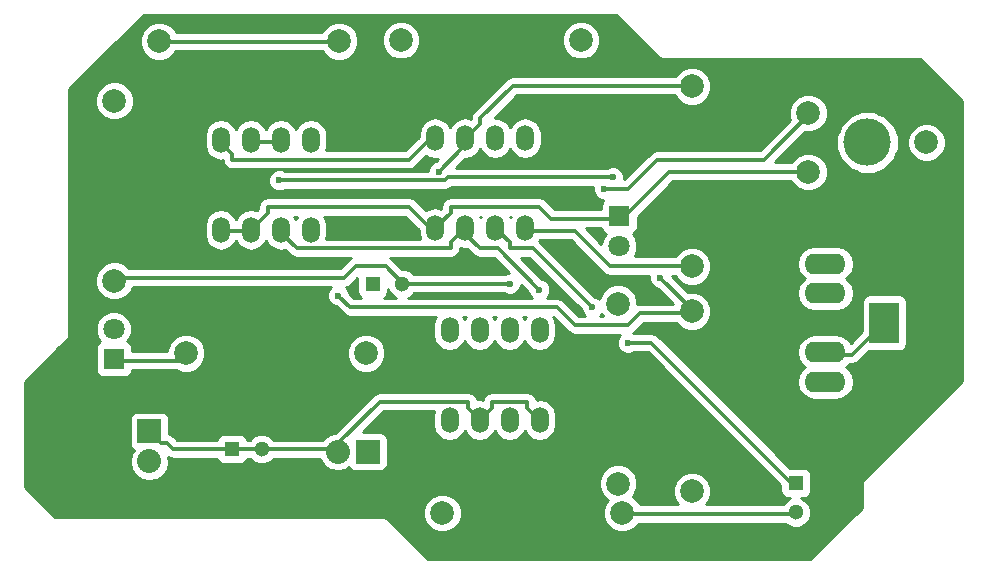
<source format=gbr>
G04 #@! TF.FileFunction,Copper,L2,Bot,Signal*
%FSLAX46Y46*%
G04 Gerber Fmt 4.6, Leading zero omitted, Abs format (unit mm)*
G04 Created by KiCad (PCBNEW 4.0.7) date 06/28/18 23:50:01*
%MOMM*%
%LPD*%
G01*
G04 APERTURE LIST*
%ADD10C,0.100000*%
%ADD11R,1.300000X1.300000*%
%ADD12C,1.300000*%
%ADD13R,1.800000X1.800000*%
%ADD14C,1.800000*%
%ADD15R,2.032000X2.032000*%
%ADD16O,2.032000X2.032000*%
%ADD17R,2.500000X3.500000*%
%ADD18O,3.500000X1.750000*%
%ADD19C,1.998980*%
%ADD20C,4.000500*%
%ADD21O,1.501140X2.199640*%
%ADD22C,0.600000*%
%ADD23C,0.350000*%
%ADD24C,0.254000*%
G04 APERTURE END LIST*
D10*
D11*
X131000000Y-128500000D03*
D12*
X133500000Y-128500000D03*
D11*
X178714400Y-131368800D03*
D12*
X178714400Y-133868800D03*
D11*
X142900400Y-114503200D03*
D12*
X145400400Y-114503200D03*
D13*
X163779200Y-108788200D03*
D14*
X163779200Y-111328200D03*
D13*
X120980200Y-120878600D03*
D14*
X120980200Y-118338600D03*
D15*
X124000000Y-127000000D03*
D16*
X124000000Y-129540000D03*
D15*
X142494000Y-128727200D03*
D16*
X139954000Y-128727200D03*
D17*
X186228600Y-117805200D03*
D18*
X181222600Y-122805200D03*
X181222600Y-112805200D03*
X181222600Y-120305200D03*
X181222600Y-115305200D03*
D19*
X169926000Y-132080000D03*
X169926000Y-116840000D03*
X124815600Y-93980000D03*
X140055600Y-93980000D03*
X163677600Y-131419600D03*
X163677600Y-116179600D03*
X169926000Y-113030000D03*
X169926000Y-97790000D03*
X145288000Y-93878400D03*
X160528000Y-93878400D03*
X148793200Y-133908800D03*
X164033200Y-133908800D03*
X127101600Y-120396000D03*
X142341600Y-120396000D03*
X121031000Y-114249200D03*
X121031000Y-99009200D03*
X179783740Y-100040440D03*
X189786260Y-102539800D03*
X179783740Y-105039160D03*
D20*
X184785000Y-102539800D03*
D21*
X130048000Y-109931200D03*
X132588000Y-109931200D03*
X135128000Y-109931200D03*
X137668000Y-109931200D03*
X137668000Y-102311200D03*
X135128000Y-102311200D03*
X132588000Y-102311200D03*
X130048000Y-102311200D03*
X148190000Y-109810000D03*
X150730000Y-109810000D03*
X153270000Y-109810000D03*
X155810000Y-109810000D03*
X155810000Y-102190000D03*
X153270000Y-102190000D03*
X150730000Y-102190000D03*
X148190000Y-102190000D03*
X149402800Y-126034800D03*
X151942800Y-126034800D03*
X154482800Y-126034800D03*
X157022800Y-126034800D03*
X157022800Y-118414800D03*
X154482800Y-118414800D03*
X151942800Y-118414800D03*
X149402800Y-118414800D03*
D22*
X162500000Y-106500000D03*
X154500000Y-114500000D03*
X164500000Y-119500000D03*
X161500000Y-116500000D03*
X157000000Y-115000000D03*
X148500000Y-105000000D03*
X135000000Y-105750000D03*
X163250000Y-105500000D03*
X167250000Y-114000000D03*
X140000000Y-115500000D03*
D23*
X179783740Y-100040440D02*
X180000000Y-100000000D01*
X180000000Y-100000000D02*
X176000000Y-104000000D01*
X176000000Y-104000000D02*
X167000000Y-104000000D01*
X167000000Y-104000000D02*
X164500000Y-106500000D01*
X164500000Y-106500000D02*
X162500000Y-106500000D01*
X154500000Y-114500000D02*
X145500000Y-114500000D01*
X145500000Y-114500000D02*
X145400400Y-114503200D01*
X145400400Y-114503200D02*
X145500000Y-114500000D01*
X145500000Y-114500000D02*
X144000000Y-113000000D01*
X144000000Y-113000000D02*
X141500000Y-113000000D01*
X141500000Y-113000000D02*
X140500000Y-114000000D01*
X140500000Y-114000000D02*
X121000000Y-114000000D01*
X121000000Y-114000000D02*
X121031000Y-114249200D01*
X178714400Y-131368800D02*
X178500000Y-131500000D01*
X178500000Y-131500000D02*
X166500000Y-119500000D01*
X166500000Y-119500000D02*
X164500000Y-119500000D01*
X161500000Y-116500000D02*
X156500000Y-111500000D01*
X156500000Y-111500000D02*
X154500000Y-111500000D01*
X154500000Y-111500000D02*
X154500000Y-111000000D01*
X154500000Y-111000000D02*
X153500000Y-110000000D01*
X153500000Y-110000000D02*
X153270000Y-109810000D01*
X164033200Y-133908800D02*
X164000000Y-134000000D01*
X164000000Y-134000000D02*
X178500000Y-134000000D01*
X178500000Y-134000000D02*
X178714400Y-133868800D01*
X186228600Y-117805200D02*
X186000000Y-118000000D01*
X186000000Y-118000000D02*
X183500000Y-120500000D01*
X183500000Y-120500000D02*
X181000000Y-120500000D01*
X181000000Y-120500000D02*
X181222600Y-120305200D01*
X157000000Y-115000000D02*
X153500000Y-111500000D01*
X153500000Y-111500000D02*
X152000000Y-111500000D01*
X152000000Y-111500000D02*
X150500000Y-110000000D01*
X150500000Y-110000000D02*
X150730000Y-109810000D01*
X150730000Y-109810000D02*
X150500000Y-110000000D01*
X150500000Y-110000000D02*
X149500000Y-111000000D01*
X149500000Y-111000000D02*
X149500000Y-111500000D01*
X149500000Y-111500000D02*
X136500000Y-111500000D01*
X136500000Y-111500000D02*
X135000000Y-110000000D01*
X135000000Y-110000000D02*
X135128000Y-109931200D01*
X163779200Y-108788200D02*
X164000000Y-109000000D01*
X164000000Y-109000000D02*
X168000000Y-105000000D01*
X168000000Y-105000000D02*
X180000000Y-105000000D01*
X180000000Y-105000000D02*
X179783740Y-105039160D01*
X139954000Y-128727200D02*
X140000000Y-128500000D01*
X140000000Y-128500000D02*
X140000000Y-128000000D01*
X140000000Y-128000000D02*
X143500000Y-124500000D01*
X143500000Y-124500000D02*
X151000000Y-124500000D01*
X151000000Y-124500000D02*
X151000000Y-125000000D01*
X151000000Y-125000000D02*
X152000000Y-126000000D01*
X152000000Y-126000000D02*
X151942800Y-126034800D01*
X148190000Y-109810000D02*
X149500000Y-108500000D01*
X149500000Y-108500000D02*
X149500000Y-108000000D01*
X149500000Y-108000000D02*
X157000000Y-108000000D01*
X157000000Y-108000000D02*
X158000000Y-109000000D01*
X158000000Y-109000000D02*
X164000000Y-109000000D01*
X164000000Y-109000000D02*
X163779200Y-108788200D01*
X148190000Y-109810000D02*
X147500000Y-109500000D01*
X147500000Y-109500000D02*
X146000000Y-108000000D01*
X146000000Y-108000000D02*
X134000000Y-108000000D01*
X134000000Y-108000000D02*
X134000000Y-108500000D01*
X134000000Y-108500000D02*
X132500000Y-110000000D01*
X132500000Y-110000000D02*
X132588000Y-109931200D01*
X124000000Y-127000000D02*
X125000000Y-128000000D01*
X125000000Y-128000000D02*
X125500000Y-128000000D01*
X125500000Y-128000000D02*
X126000000Y-128500000D01*
X126000000Y-128500000D02*
X131000000Y-128500000D01*
X127101600Y-120396000D02*
X127000000Y-120500000D01*
X127000000Y-120500000D02*
X126500000Y-121000000D01*
X126500000Y-121000000D02*
X121000000Y-121000000D01*
X121000000Y-121000000D02*
X120980200Y-120878600D01*
X133500000Y-128500000D02*
X140000000Y-128500000D01*
X140000000Y-128500000D02*
X139954000Y-128727200D01*
X151942800Y-126034800D02*
X152000000Y-126000000D01*
X152000000Y-126000000D02*
X153000000Y-125000000D01*
X153000000Y-125000000D02*
X153000000Y-124500000D01*
X153000000Y-124500000D02*
X156000000Y-124500000D01*
X156000000Y-124500000D02*
X156000000Y-125000000D01*
X156000000Y-125000000D02*
X157000000Y-126000000D01*
X157000000Y-126000000D02*
X157022800Y-126034800D01*
X131000000Y-128500000D02*
X133500000Y-128500000D01*
X132588000Y-109931200D02*
X132500000Y-110000000D01*
X132500000Y-110000000D02*
X130000000Y-110000000D01*
X130000000Y-110000000D02*
X130048000Y-109931200D01*
X169926000Y-113030000D02*
X170000000Y-113000000D01*
X170000000Y-113000000D02*
X163000000Y-113000000D01*
X163000000Y-113000000D02*
X160000000Y-110000000D01*
X160000000Y-110000000D02*
X156000000Y-110000000D01*
X156000000Y-110000000D02*
X155810000Y-109810000D01*
X148190000Y-102190000D02*
X147500000Y-102500000D01*
X147500000Y-102500000D02*
X146000000Y-104000000D01*
X146000000Y-104000000D02*
X131000000Y-104000000D01*
X131000000Y-104000000D02*
X131000000Y-103500000D01*
X131000000Y-103500000D02*
X130000000Y-102500000D01*
X130000000Y-102500000D02*
X130048000Y-102311200D01*
X150730000Y-102190000D02*
X150750000Y-102250000D01*
X150750000Y-102250000D02*
X152000000Y-101000000D01*
X152000000Y-101000000D02*
X152000000Y-100500000D01*
X152000000Y-100500000D02*
X154750000Y-97750000D01*
X154750000Y-97750000D02*
X170000000Y-97750000D01*
X170000000Y-97750000D02*
X169926000Y-97790000D01*
X150730000Y-102190000D02*
X150500000Y-102000000D01*
X150500000Y-102000000D02*
X150500000Y-103000000D01*
X150500000Y-103000000D02*
X148500000Y-105000000D01*
X135000000Y-105750000D02*
X149000000Y-105750000D01*
X149000000Y-105750000D02*
X149250000Y-105500000D01*
X149250000Y-105500000D02*
X163250000Y-105500000D01*
X167250000Y-114000000D02*
X170000000Y-116750000D01*
X170000000Y-116750000D02*
X169926000Y-116840000D01*
X165500000Y-117000000D02*
X170000000Y-117000000D01*
X170000000Y-117000000D02*
X169926000Y-116840000D01*
X140000000Y-94000000D02*
X125000000Y-94000000D01*
X125000000Y-94000000D02*
X124815600Y-93980000D01*
X135000000Y-102500000D02*
X132500000Y-102500000D01*
X132500000Y-102500000D02*
X132588000Y-102311200D01*
X164500000Y-118000000D02*
X165500000Y-117000000D01*
X160000000Y-118000000D02*
X164500000Y-118000000D01*
X158500000Y-116500000D02*
X160000000Y-118000000D01*
X141000000Y-116500000D02*
X158500000Y-116500000D01*
X140000000Y-115500000D02*
X141000000Y-116500000D01*
X140055600Y-93980000D02*
X140000000Y-94000000D01*
X135128000Y-102311200D02*
X135000000Y-102500000D01*
D24*
G36*
X166997954Y-95252046D02*
X167228295Y-95405954D01*
X167500000Y-95460000D01*
X189205908Y-95460000D01*
X192790000Y-99044092D01*
X192790000Y-122705908D01*
X184497954Y-130997954D01*
X184344046Y-131228295D01*
X184290000Y-131500000D01*
X184290000Y-133455908D01*
X179955908Y-137790000D01*
X147544092Y-137790000D01*
X144252046Y-134497954D01*
X144021705Y-134344046D01*
X143750000Y-134290000D01*
X116044092Y-134290000D01*
X115986586Y-134232494D01*
X147158426Y-134232494D01*
X147406738Y-134833455D01*
X147866127Y-135293646D01*
X148466653Y-135543006D01*
X149116894Y-135543574D01*
X149717855Y-135295262D01*
X150178046Y-134835873D01*
X150427406Y-134235347D01*
X150427974Y-133585106D01*
X150179662Y-132984145D01*
X149720273Y-132523954D01*
X149119747Y-132274594D01*
X148469506Y-132274026D01*
X147868545Y-132522338D01*
X147408354Y-132981727D01*
X147158994Y-133582253D01*
X147158426Y-134232494D01*
X115986586Y-134232494D01*
X113460000Y-131705908D01*
X113460000Y-125984000D01*
X122336560Y-125984000D01*
X122336560Y-128016000D01*
X122380838Y-128251317D01*
X122519910Y-128467441D01*
X122676206Y-128574233D01*
X122474675Y-128875845D01*
X122349000Y-129507655D01*
X122349000Y-129572345D01*
X122474675Y-130204155D01*
X122832567Y-130739778D01*
X123368190Y-131097670D01*
X124000000Y-131223345D01*
X124631810Y-131097670D01*
X125167433Y-130739778D01*
X125525325Y-130204155D01*
X125651000Y-129572345D01*
X125651000Y-129507655D01*
X125585531Y-129178521D01*
X125690027Y-129248343D01*
X125827897Y-129275766D01*
X126000000Y-129310000D01*
X129732666Y-129310000D01*
X129746838Y-129385317D01*
X129885910Y-129601441D01*
X130098110Y-129746431D01*
X130350000Y-129797440D01*
X131650000Y-129797440D01*
X131885317Y-129753162D01*
X132101441Y-129614090D01*
X132246431Y-129401890D01*
X132265039Y-129310000D01*
X132492907Y-129310000D01*
X132771155Y-129588735D01*
X133243276Y-129784777D01*
X133754481Y-129785223D01*
X134226943Y-129590005D01*
X134507438Y-129310000D01*
X138386581Y-129310000D01*
X138396330Y-129359010D01*
X138754222Y-129894633D01*
X139289845Y-130252525D01*
X139921655Y-130378200D01*
X139986345Y-130378200D01*
X140618155Y-130252525D01*
X140920962Y-130050196D01*
X141013910Y-130194641D01*
X141226110Y-130339631D01*
X141478000Y-130390640D01*
X143510000Y-130390640D01*
X143745317Y-130346362D01*
X143961441Y-130207290D01*
X144106431Y-129995090D01*
X144157440Y-129743200D01*
X144157440Y-127711200D01*
X144113162Y-127475883D01*
X143974090Y-127259759D01*
X143761890Y-127114769D01*
X143510000Y-127063760D01*
X142081752Y-127063760D01*
X143835513Y-125310000D01*
X148085171Y-125310000D01*
X148017230Y-125651563D01*
X148017230Y-126418037D01*
X148122700Y-126948272D01*
X148423054Y-127397783D01*
X148872565Y-127698137D01*
X149402800Y-127803607D01*
X149933035Y-127698137D01*
X150382546Y-127397783D01*
X150672800Y-126963388D01*
X150963054Y-127397783D01*
X151412565Y-127698137D01*
X151942800Y-127803607D01*
X152473035Y-127698137D01*
X152922546Y-127397783D01*
X153212800Y-126963388D01*
X153503054Y-127397783D01*
X153952565Y-127698137D01*
X154482800Y-127803607D01*
X155013035Y-127698137D01*
X155462546Y-127397783D01*
X155752800Y-126963388D01*
X156043054Y-127397783D01*
X156492565Y-127698137D01*
X157022800Y-127803607D01*
X157553035Y-127698137D01*
X158002546Y-127397783D01*
X158302900Y-126948272D01*
X158408370Y-126418037D01*
X158408370Y-125651563D01*
X158302900Y-125121328D01*
X158002546Y-124671817D01*
X157553035Y-124371463D01*
X157022800Y-124265993D01*
X156773324Y-124315617D01*
X156748342Y-124190026D01*
X156572756Y-123927244D01*
X156309974Y-123751658D01*
X156000000Y-123690000D01*
X153000000Y-123690000D01*
X152690026Y-123751658D01*
X152427244Y-123927244D01*
X152251658Y-124190026D01*
X152225367Y-124322199D01*
X151942800Y-124265993D01*
X151770279Y-124300309D01*
X151748342Y-124190026D01*
X151572756Y-123927244D01*
X151309974Y-123751658D01*
X151000000Y-123690000D01*
X143500000Y-123690000D01*
X143190026Y-123751658D01*
X143058635Y-123839451D01*
X142927243Y-123927244D01*
X139742689Y-127111799D01*
X139289845Y-127201875D01*
X138754222Y-127559767D01*
X138667203Y-127690000D01*
X134507093Y-127690000D01*
X134228845Y-127411265D01*
X133756724Y-127215223D01*
X133245519Y-127214777D01*
X132773057Y-127409995D01*
X132492562Y-127690000D01*
X132267334Y-127690000D01*
X132253162Y-127614683D01*
X132114090Y-127398559D01*
X131901890Y-127253569D01*
X131650000Y-127202560D01*
X130350000Y-127202560D01*
X130114683Y-127246838D01*
X129898559Y-127385910D01*
X129753569Y-127598110D01*
X129734961Y-127690000D01*
X126335513Y-127690000D01*
X126072756Y-127427244D01*
X126028665Y-127397783D01*
X125809974Y-127251658D01*
X125663440Y-127222510D01*
X125663440Y-125984000D01*
X125619162Y-125748683D01*
X125480090Y-125532559D01*
X125267890Y-125387569D01*
X125016000Y-125336560D01*
X122984000Y-125336560D01*
X122748683Y-125380838D01*
X122532559Y-125519910D01*
X122387569Y-125732110D01*
X122336560Y-125984000D01*
X113460000Y-125984000D01*
X113460000Y-122794092D01*
X115502043Y-120752048D01*
X115502046Y-120752046D01*
X116275492Y-119978600D01*
X119432760Y-119978600D01*
X119432760Y-121778600D01*
X119477038Y-122013917D01*
X119616110Y-122230041D01*
X119828310Y-122375031D01*
X120080200Y-122426040D01*
X121880200Y-122426040D01*
X122115517Y-122381762D01*
X122331641Y-122242690D01*
X122476631Y-122030490D01*
X122521281Y-121810000D01*
X126244738Y-121810000D01*
X126775053Y-122030206D01*
X127425294Y-122030774D01*
X128026255Y-121782462D01*
X128486446Y-121323073D01*
X128735806Y-120722547D01*
X128735808Y-120719694D01*
X140706826Y-120719694D01*
X140955138Y-121320655D01*
X141414527Y-121780846D01*
X142015053Y-122030206D01*
X142665294Y-122030774D01*
X143266255Y-121782462D01*
X143726446Y-121323073D01*
X143975806Y-120722547D01*
X143976374Y-120072306D01*
X143728062Y-119471345D01*
X143268673Y-119011154D01*
X142668147Y-118761794D01*
X142017906Y-118761226D01*
X141416945Y-119009538D01*
X140956754Y-119468927D01*
X140707394Y-120069453D01*
X140706826Y-120719694D01*
X128735808Y-120719694D01*
X128736374Y-120072306D01*
X128488062Y-119471345D01*
X128028673Y-119011154D01*
X127428147Y-118761794D01*
X126777906Y-118761226D01*
X126176945Y-119009538D01*
X125716754Y-119468927D01*
X125467394Y-120069453D01*
X125467289Y-120190000D01*
X122527640Y-120190000D01*
X122527640Y-119978600D01*
X122483362Y-119743283D01*
X122344290Y-119527159D01*
X122132090Y-119382169D01*
X122111666Y-119378033D01*
X122280751Y-119209243D01*
X122514933Y-118645270D01*
X122515465Y-118034609D01*
X122282268Y-117470229D01*
X121850843Y-117038049D01*
X121286870Y-116803867D01*
X120676209Y-116803335D01*
X120111829Y-117036532D01*
X119679649Y-117467957D01*
X119445467Y-118031930D01*
X119444935Y-118642591D01*
X119678132Y-119206971D01*
X119846080Y-119375213D01*
X119844883Y-119375438D01*
X119628759Y-119514510D01*
X119483769Y-119726710D01*
X119432760Y-119978600D01*
X116275492Y-119978600D01*
X117002046Y-119252046D01*
X117155954Y-119021705D01*
X117210000Y-118750000D01*
X117210000Y-114572894D01*
X119396226Y-114572894D01*
X119644538Y-115173855D01*
X120103927Y-115634046D01*
X120704453Y-115883406D01*
X121354694Y-115883974D01*
X121955655Y-115635662D01*
X122415846Y-115176273D01*
X122567936Y-114810000D01*
X139367760Y-114810000D01*
X139207808Y-114969673D01*
X139065162Y-115313201D01*
X139064838Y-115685167D01*
X139206883Y-116028943D01*
X139469673Y-116292192D01*
X139772372Y-116417884D01*
X140427244Y-117072757D01*
X140690027Y-117248343D01*
X141000000Y-117310000D01*
X148250541Y-117310000D01*
X148122700Y-117501328D01*
X148017230Y-118031563D01*
X148017230Y-118798037D01*
X148122700Y-119328272D01*
X148423054Y-119777783D01*
X148872565Y-120078137D01*
X149402800Y-120183607D01*
X149933035Y-120078137D01*
X150382546Y-119777783D01*
X150672800Y-119343388D01*
X150705665Y-119392573D01*
X150711301Y-119411617D01*
X150751926Y-119461808D01*
X150963054Y-119777783D01*
X151412565Y-120078137D01*
X151942800Y-120183607D01*
X152473035Y-120078137D01*
X152922546Y-119777783D01*
X153133674Y-119461808D01*
X153174299Y-119411617D01*
X153179935Y-119392573D01*
X153212800Y-119343388D01*
X153245665Y-119392573D01*
X153251301Y-119411617D01*
X153291926Y-119461808D01*
X153503054Y-119777783D01*
X153952565Y-120078137D01*
X154482800Y-120183607D01*
X155013035Y-120078137D01*
X155462546Y-119777783D01*
X155673674Y-119461808D01*
X155714299Y-119411617D01*
X155719935Y-119392573D01*
X155752800Y-119343388D01*
X155785665Y-119392573D01*
X155791301Y-119411617D01*
X155831926Y-119461808D01*
X156043054Y-119777783D01*
X156492565Y-120078137D01*
X157022800Y-120183607D01*
X157553035Y-120078137D01*
X158002546Y-119777783D01*
X158213674Y-119461808D01*
X158254299Y-119411617D01*
X158259935Y-119392573D01*
X158302900Y-119328272D01*
X158351951Y-119081676D01*
X158408370Y-118891050D01*
X158408370Y-117938550D01*
X158351951Y-117747924D01*
X158302900Y-117501328D01*
X158259935Y-117437027D01*
X158254299Y-117417983D01*
X158213674Y-117367792D01*
X158196345Y-117341857D01*
X159427243Y-118572756D01*
X159492738Y-118616518D01*
X159690026Y-118748342D01*
X160000000Y-118810000D01*
X163867760Y-118810000D01*
X163707808Y-118969673D01*
X163565162Y-119313201D01*
X163564838Y-119685167D01*
X163706883Y-120028943D01*
X163969673Y-120292192D01*
X164313201Y-120434838D01*
X164685167Y-120435162D01*
X164988083Y-120310000D01*
X166164488Y-120310000D01*
X177416960Y-131562473D01*
X177416960Y-132018800D01*
X177461238Y-132254117D01*
X177600310Y-132470241D01*
X177812510Y-132615231D01*
X178064400Y-132666240D01*
X178259860Y-132666240D01*
X177987457Y-132778795D01*
X177625665Y-133139955D01*
X177604884Y-133190000D01*
X171127600Y-133190000D01*
X171310846Y-133007073D01*
X171560206Y-132406547D01*
X171560774Y-131756306D01*
X171312462Y-131155345D01*
X170853073Y-130695154D01*
X170252547Y-130445794D01*
X169602306Y-130445226D01*
X169001345Y-130693538D01*
X168541154Y-131152927D01*
X168291794Y-131753453D01*
X168291226Y-132403694D01*
X168539538Y-133004655D01*
X168724560Y-133190000D01*
X165504720Y-133190000D01*
X165419662Y-132984145D01*
X164960273Y-132523954D01*
X164907011Y-132501838D01*
X165062446Y-132346673D01*
X165311806Y-131746147D01*
X165312374Y-131095906D01*
X165064062Y-130494945D01*
X164604673Y-130034754D01*
X164004147Y-129785394D01*
X163353906Y-129784826D01*
X162752945Y-130033138D01*
X162292754Y-130492527D01*
X162043394Y-131093053D01*
X162042826Y-131743294D01*
X162291138Y-132344255D01*
X162750527Y-132804446D01*
X162803789Y-132826562D01*
X162648354Y-132981727D01*
X162398994Y-133582253D01*
X162398426Y-134232494D01*
X162646738Y-134833455D01*
X163106127Y-135293646D01*
X163706653Y-135543006D01*
X164356894Y-135543574D01*
X164957855Y-135295262D01*
X165418046Y-134835873D01*
X165428789Y-134810000D01*
X177838278Y-134810000D01*
X177985555Y-134957535D01*
X178457676Y-135153577D01*
X178968881Y-135154023D01*
X179441343Y-134958805D01*
X179803135Y-134597645D01*
X179999177Y-134125524D01*
X179999623Y-133614319D01*
X179804405Y-133141857D01*
X179443245Y-132780065D01*
X179169124Y-132666240D01*
X179364400Y-132666240D01*
X179599717Y-132621962D01*
X179815841Y-132482890D01*
X179960831Y-132270690D01*
X180011840Y-132018800D01*
X180011840Y-130718800D01*
X179967562Y-130483483D01*
X179828490Y-130267359D01*
X179616290Y-130122369D01*
X179364400Y-130071360D01*
X178216873Y-130071360D01*
X168450713Y-120305200D01*
X178790875Y-120305200D01*
X178905817Y-120883052D01*
X179233144Y-121372931D01*
X179505929Y-121555200D01*
X179233144Y-121737469D01*
X178905817Y-122227348D01*
X178790875Y-122805200D01*
X178905817Y-123383052D01*
X179233144Y-123872931D01*
X179723023Y-124200258D01*
X180300875Y-124315200D01*
X182144325Y-124315200D01*
X182722177Y-124200258D01*
X183212056Y-123872931D01*
X183539383Y-123383052D01*
X183654325Y-122805200D01*
X183539383Y-122227348D01*
X183212056Y-121737469D01*
X182939271Y-121555200D01*
X183212056Y-121372931D01*
X183254105Y-121310000D01*
X183500000Y-121310000D01*
X183809974Y-121248342D01*
X184072756Y-121072756D01*
X184948889Y-120196623D01*
X184978600Y-120202640D01*
X187478600Y-120202640D01*
X187713917Y-120158362D01*
X187930041Y-120019290D01*
X188075031Y-119807090D01*
X188126040Y-119555200D01*
X188126040Y-116055200D01*
X188081762Y-115819883D01*
X187942690Y-115603759D01*
X187730490Y-115458769D01*
X187478600Y-115407760D01*
X184978600Y-115407760D01*
X184743283Y-115452038D01*
X184527159Y-115591110D01*
X184382169Y-115803310D01*
X184331160Y-116055200D01*
X184331160Y-118523327D01*
X183374261Y-119480226D01*
X183212056Y-119237469D01*
X182722177Y-118910142D01*
X182144325Y-118795200D01*
X180300875Y-118795200D01*
X179723023Y-118910142D01*
X179233144Y-119237469D01*
X178905817Y-119727348D01*
X178790875Y-120305200D01*
X168450713Y-120305200D01*
X167072756Y-118927244D01*
X167018588Y-118891050D01*
X166809974Y-118751658D01*
X166500000Y-118690000D01*
X164987441Y-118690000D01*
X164931841Y-118666913D01*
X165072756Y-118572756D01*
X165835513Y-117810000D01*
X168584804Y-117810000D01*
X168998927Y-118224846D01*
X169599453Y-118474206D01*
X170249694Y-118474774D01*
X170850655Y-118226462D01*
X171310846Y-117767073D01*
X171560206Y-117166547D01*
X171560774Y-116516306D01*
X171312462Y-115915345D01*
X170853073Y-115455154D01*
X170252547Y-115205794D01*
X169602306Y-115205226D01*
X169601197Y-115205684D01*
X168205512Y-113810000D01*
X168479768Y-113810000D01*
X168539538Y-113954655D01*
X168998927Y-114414846D01*
X169599453Y-114664206D01*
X170249694Y-114664774D01*
X170850655Y-114416462D01*
X171310846Y-113957073D01*
X171560206Y-113356547D01*
X171560687Y-112805200D01*
X178790875Y-112805200D01*
X178905817Y-113383052D01*
X179233144Y-113872931D01*
X179505929Y-114055200D01*
X179233144Y-114237469D01*
X178905817Y-114727348D01*
X178790875Y-115305200D01*
X178905817Y-115883052D01*
X179233144Y-116372931D01*
X179723023Y-116700258D01*
X180300875Y-116815200D01*
X182144325Y-116815200D01*
X182722177Y-116700258D01*
X183212056Y-116372931D01*
X183539383Y-115883052D01*
X183654325Y-115305200D01*
X183539383Y-114727348D01*
X183212056Y-114237469D01*
X182939271Y-114055200D01*
X183212056Y-113872931D01*
X183539383Y-113383052D01*
X183654325Y-112805200D01*
X183539383Y-112227348D01*
X183212056Y-111737469D01*
X182722177Y-111410142D01*
X182144325Y-111295200D01*
X180300875Y-111295200D01*
X179723023Y-111410142D01*
X179233144Y-111737469D01*
X178905817Y-112227348D01*
X178790875Y-112805200D01*
X171560687Y-112805200D01*
X171560774Y-112706306D01*
X171312462Y-112105345D01*
X170853073Y-111645154D01*
X170252547Y-111395794D01*
X169602306Y-111395226D01*
X169001345Y-111643538D01*
X168541154Y-112102927D01*
X168504998Y-112190000D01*
X165083423Y-112190000D01*
X165313933Y-111634870D01*
X165314465Y-111024209D01*
X165081268Y-110459829D01*
X164913320Y-110291587D01*
X164914517Y-110291362D01*
X165130641Y-110152290D01*
X165275631Y-109940090D01*
X165326640Y-109688200D01*
X165326640Y-108818872D01*
X168335513Y-105810000D01*
X178333723Y-105810000D01*
X178397278Y-105963815D01*
X178856667Y-106424006D01*
X179457193Y-106673366D01*
X180107434Y-106673934D01*
X180708395Y-106425622D01*
X181168586Y-105966233D01*
X181417946Y-105365707D01*
X181418514Y-104715466D01*
X181170202Y-104114505D01*
X180710813Y-103654314D01*
X180110287Y-103404954D01*
X179460046Y-103404386D01*
X178859085Y-103652698D01*
X178398894Y-104112087D01*
X178366542Y-104190000D01*
X176955512Y-104190000D01*
X179108759Y-102036753D01*
X182145633Y-102036753D01*
X182149740Y-102549225D01*
X182149293Y-103061684D01*
X182153938Y-103072925D01*
X182154035Y-103085087D01*
X182539051Y-104014597D01*
X182544328Y-104017739D01*
X182549641Y-104030599D01*
X183290302Y-104772554D01*
X183306301Y-104779197D01*
X183310203Y-104785749D01*
X183785236Y-104978069D01*
X184258517Y-105174592D01*
X184270679Y-105174603D01*
X184281953Y-105179167D01*
X184794425Y-105175060D01*
X185306884Y-105175507D01*
X185318125Y-105170862D01*
X185330287Y-105170765D01*
X186259797Y-104785749D01*
X186262939Y-104780472D01*
X186275799Y-104775159D01*
X187017754Y-104034498D01*
X187024397Y-104018499D01*
X187030949Y-104014597D01*
X187223269Y-103539564D01*
X187419792Y-103066283D01*
X187419803Y-103054121D01*
X187424367Y-103042847D01*
X187422930Y-102863494D01*
X188151486Y-102863494D01*
X188399798Y-103464455D01*
X188859187Y-103924646D01*
X189459713Y-104174006D01*
X190109954Y-104174574D01*
X190710915Y-103926262D01*
X191171106Y-103466873D01*
X191420466Y-102866347D01*
X191421034Y-102216106D01*
X191172722Y-101615145D01*
X190713333Y-101154954D01*
X190112807Y-100905594D01*
X189462566Y-100905026D01*
X188861605Y-101153338D01*
X188401414Y-101612727D01*
X188152054Y-102213253D01*
X188151486Y-102863494D01*
X187422930Y-102863494D01*
X187420260Y-102530375D01*
X187420707Y-102017916D01*
X187416062Y-102006675D01*
X187415965Y-101994513D01*
X187030949Y-101065003D01*
X187025672Y-101061861D01*
X187020359Y-101049001D01*
X186279698Y-100307046D01*
X186263699Y-100300403D01*
X186259797Y-100293851D01*
X185784764Y-100101531D01*
X185311483Y-99905008D01*
X185299321Y-99904997D01*
X185288047Y-99900433D01*
X184775575Y-99904540D01*
X184263116Y-99904093D01*
X184251875Y-99908738D01*
X184239713Y-99908835D01*
X183310203Y-100293851D01*
X183307061Y-100299128D01*
X183294201Y-100304441D01*
X182552246Y-101045102D01*
X182545603Y-101061101D01*
X182539051Y-101065003D01*
X182346731Y-101540036D01*
X182150208Y-102013317D01*
X182150197Y-102025479D01*
X182145633Y-102036753D01*
X179108759Y-102036753D01*
X179470855Y-101674658D01*
X180107434Y-101675214D01*
X180708395Y-101426902D01*
X181168586Y-100967513D01*
X181417946Y-100366987D01*
X181418514Y-99716746D01*
X181170202Y-99115785D01*
X180710813Y-98655594D01*
X180110287Y-98406234D01*
X179460046Y-98405666D01*
X178859085Y-98653978D01*
X178398894Y-99113367D01*
X178149534Y-99713893D01*
X178148966Y-100364134D01*
X178248781Y-100605706D01*
X175664488Y-103190000D01*
X167000000Y-103190000D01*
X166690026Y-103251658D01*
X166584771Y-103321988D01*
X166427244Y-103427243D01*
X164184853Y-105669635D01*
X164185162Y-105314833D01*
X164043117Y-104971057D01*
X163780327Y-104707808D01*
X163436799Y-104565162D01*
X163064833Y-104564838D01*
X162761917Y-104690000D01*
X149955512Y-104690000D01*
X150693889Y-103951624D01*
X150730000Y-103958807D01*
X151260235Y-103853337D01*
X151709746Y-103552983D01*
X152000000Y-103118588D01*
X152290254Y-103552983D01*
X152739765Y-103853337D01*
X153270000Y-103958807D01*
X153800235Y-103853337D01*
X154249746Y-103552983D01*
X154540000Y-103118588D01*
X154572865Y-103167773D01*
X154578501Y-103186817D01*
X154619126Y-103237008D01*
X154830254Y-103552983D01*
X155279765Y-103853337D01*
X155810000Y-103958807D01*
X156340235Y-103853337D01*
X156789746Y-103552983D01*
X157000874Y-103237008D01*
X157041499Y-103186817D01*
X157047135Y-103167773D01*
X157090100Y-103103472D01*
X157139151Y-102856876D01*
X157195570Y-102666250D01*
X157195570Y-101713750D01*
X157139151Y-101523124D01*
X157090100Y-101276528D01*
X157047135Y-101212227D01*
X157041499Y-101193183D01*
X157000874Y-101142992D01*
X156789746Y-100827017D01*
X156340235Y-100526663D01*
X155810000Y-100421193D01*
X155279765Y-100526663D01*
X154830254Y-100827017D01*
X154619126Y-101142992D01*
X154578501Y-101193183D01*
X154572865Y-101212227D01*
X154540000Y-101261412D01*
X154249746Y-100827017D01*
X153800235Y-100526663D01*
X153270000Y-100421193D01*
X153212977Y-100432536D01*
X155085513Y-98560000D01*
X168475636Y-98560000D01*
X168539538Y-98714655D01*
X168998927Y-99174846D01*
X169599453Y-99424206D01*
X170249694Y-99424774D01*
X170850655Y-99176462D01*
X171310846Y-98717073D01*
X171560206Y-98116547D01*
X171560774Y-97466306D01*
X171312462Y-96865345D01*
X170853073Y-96405154D01*
X170252547Y-96155794D01*
X169602306Y-96155226D01*
X169001345Y-96403538D01*
X168541154Y-96862927D01*
X168509151Y-96940000D01*
X154750000Y-96940000D01*
X154440026Y-97001658D01*
X154326614Y-97077438D01*
X154177243Y-97177244D01*
X151427244Y-99927244D01*
X151251658Y-100190026D01*
X151190000Y-100500000D01*
X151190000Y-100512692D01*
X150730000Y-100421193D01*
X150199765Y-100526663D01*
X149750254Y-100827017D01*
X149460000Y-101261412D01*
X149169746Y-100827017D01*
X148720235Y-100526663D01*
X148190000Y-100421193D01*
X147659765Y-100526663D01*
X147210254Y-100827017D01*
X146909900Y-101276528D01*
X146804430Y-101806763D01*
X146804430Y-102050057D01*
X145664488Y-103190000D01*
X138954997Y-103190000D01*
X138997151Y-102978076D01*
X139053570Y-102787450D01*
X139053570Y-101834950D01*
X138997151Y-101644324D01*
X138948100Y-101397728D01*
X138905135Y-101333427D01*
X138899499Y-101314383D01*
X138858874Y-101264192D01*
X138647746Y-100948217D01*
X138198235Y-100647863D01*
X137668000Y-100542393D01*
X137137765Y-100647863D01*
X136688254Y-100948217D01*
X136477126Y-101264192D01*
X136436501Y-101314383D01*
X136430865Y-101333427D01*
X136398000Y-101382612D01*
X136107746Y-100948217D01*
X135658235Y-100647863D01*
X135128000Y-100542393D01*
X134597765Y-100647863D01*
X134148254Y-100948217D01*
X133858000Y-101382612D01*
X133567746Y-100948217D01*
X133118235Y-100647863D01*
X132588000Y-100542393D01*
X132057765Y-100647863D01*
X131608254Y-100948217D01*
X131318000Y-101382612D01*
X131027746Y-100948217D01*
X130578235Y-100647863D01*
X130048000Y-100542393D01*
X129517765Y-100647863D01*
X129068254Y-100948217D01*
X128767900Y-101397728D01*
X128662430Y-101927963D01*
X128662430Y-102694437D01*
X128767900Y-103224672D01*
X129068254Y-103674183D01*
X129517765Y-103974537D01*
X130048000Y-104080007D01*
X130199904Y-104049791D01*
X130251658Y-104309974D01*
X130427244Y-104572756D01*
X130690026Y-104748342D01*
X131000000Y-104810000D01*
X146000000Y-104810000D01*
X146309974Y-104748342D01*
X146572756Y-104572756D01*
X147439411Y-103706101D01*
X147659765Y-103853337D01*
X148190000Y-103958807D01*
X148446752Y-103907736D01*
X148271918Y-104082570D01*
X147971057Y-104206883D01*
X147707808Y-104469673D01*
X147565162Y-104813201D01*
X147565052Y-104940000D01*
X135487441Y-104940000D01*
X135186799Y-104815162D01*
X134814833Y-104814838D01*
X134471057Y-104956883D01*
X134207808Y-105219673D01*
X134065162Y-105563201D01*
X134064838Y-105935167D01*
X134206883Y-106278943D01*
X134469673Y-106542192D01*
X134813201Y-106684838D01*
X135185167Y-106685162D01*
X135488083Y-106560000D01*
X149000000Y-106560000D01*
X149309974Y-106498342D01*
X149572756Y-106322756D01*
X149585512Y-106310000D01*
X161566491Y-106310000D01*
X161565162Y-106313201D01*
X161564838Y-106685167D01*
X161706883Y-107028943D01*
X161969673Y-107292192D01*
X162313201Y-107434838D01*
X162420365Y-107434931D01*
X162282769Y-107636310D01*
X162231760Y-107888200D01*
X162231760Y-108190000D01*
X158335513Y-108190000D01*
X157572756Y-107427244D01*
X157568066Y-107424110D01*
X157309974Y-107251658D01*
X157000000Y-107190000D01*
X149500000Y-107190000D01*
X149190026Y-107251658D01*
X148927244Y-107427244D01*
X148751658Y-107690026D01*
X148690000Y-108000000D01*
X148690000Y-108140649D01*
X148190000Y-108041193D01*
X147659765Y-108146663D01*
X147439411Y-108293899D01*
X146572756Y-107427244D01*
X146568066Y-107424110D01*
X146309974Y-107251658D01*
X146000000Y-107190000D01*
X134000000Y-107190000D01*
X133690026Y-107251658D01*
X133427244Y-107427244D01*
X133251658Y-107690026D01*
X133190000Y-108000000D01*
X133190000Y-108164487D01*
X133091869Y-108262618D01*
X132588000Y-108162393D01*
X132057765Y-108267863D01*
X131608254Y-108568217D01*
X131318000Y-109002612D01*
X131027746Y-108568217D01*
X130578235Y-108267863D01*
X130048000Y-108162393D01*
X129517765Y-108267863D01*
X129068254Y-108568217D01*
X128767900Y-109017728D01*
X128662430Y-109547963D01*
X128662430Y-110314437D01*
X128767900Y-110844672D01*
X129068254Y-111294183D01*
X129517765Y-111594537D01*
X130048000Y-111700007D01*
X130578235Y-111594537D01*
X131027746Y-111294183D01*
X131318000Y-110859788D01*
X131608254Y-111294183D01*
X132057765Y-111594537D01*
X132588000Y-111700007D01*
X133118235Y-111594537D01*
X133567746Y-111294183D01*
X133858000Y-110859788D01*
X134148254Y-111294183D01*
X134597765Y-111594537D01*
X135128000Y-111700007D01*
X135483735Y-111629247D01*
X135927243Y-112072756D01*
X136058635Y-112160549D01*
X136190026Y-112248342D01*
X136500000Y-112310000D01*
X141102711Y-112310000D01*
X140927244Y-112427243D01*
X140164488Y-113190000D01*
X122283151Y-113190000D01*
X121958073Y-112864354D01*
X121357547Y-112614994D01*
X120707306Y-112614426D01*
X120106345Y-112862738D01*
X119646154Y-113322127D01*
X119396794Y-113922653D01*
X119396226Y-114572894D01*
X117210000Y-114572894D01*
X117210000Y-99332894D01*
X119396226Y-99332894D01*
X119644538Y-99933855D01*
X120103927Y-100394046D01*
X120704453Y-100643406D01*
X121354694Y-100643974D01*
X121955655Y-100395662D01*
X122415846Y-99936273D01*
X122665206Y-99335747D01*
X122665774Y-98685506D01*
X122417462Y-98084545D01*
X121958073Y-97624354D01*
X121357547Y-97374994D01*
X120707306Y-97374426D01*
X120106345Y-97622738D01*
X119646154Y-98082127D01*
X119396794Y-98682653D01*
X119396226Y-99332894D01*
X117210000Y-99332894D01*
X117210000Y-98044092D01*
X120950397Y-94303694D01*
X123180826Y-94303694D01*
X123429138Y-94904655D01*
X123888527Y-95364846D01*
X124489053Y-95614206D01*
X125139294Y-95614774D01*
X125740255Y-95366462D01*
X126200446Y-94907073D01*
X126240754Y-94810000D01*
X138630027Y-94810000D01*
X138669138Y-94904655D01*
X139128527Y-95364846D01*
X139729053Y-95614206D01*
X140379294Y-95614774D01*
X140980255Y-95366462D01*
X141440446Y-94907073D01*
X141689806Y-94306547D01*
X141689897Y-94202094D01*
X143653226Y-94202094D01*
X143901538Y-94803055D01*
X144360927Y-95263246D01*
X144961453Y-95512606D01*
X145611694Y-95513174D01*
X146212655Y-95264862D01*
X146672846Y-94805473D01*
X146922206Y-94204947D01*
X146922208Y-94202094D01*
X158893226Y-94202094D01*
X159141538Y-94803055D01*
X159600927Y-95263246D01*
X160201453Y-95512606D01*
X160851694Y-95513174D01*
X161452655Y-95264862D01*
X161912846Y-94805473D01*
X162162206Y-94204947D01*
X162162774Y-93554706D01*
X161914462Y-92953745D01*
X161455073Y-92493554D01*
X160854547Y-92244194D01*
X160204306Y-92243626D01*
X159603345Y-92491938D01*
X159143154Y-92951327D01*
X158893794Y-93551853D01*
X158893226Y-94202094D01*
X146922208Y-94202094D01*
X146922774Y-93554706D01*
X146674462Y-92953745D01*
X146215073Y-92493554D01*
X145614547Y-92244194D01*
X144964306Y-92243626D01*
X144363345Y-92491938D01*
X143903154Y-92951327D01*
X143653794Y-93551853D01*
X143653226Y-94202094D01*
X141689897Y-94202094D01*
X141690374Y-93656306D01*
X141442062Y-93055345D01*
X140982673Y-92595154D01*
X140382147Y-92345794D01*
X139731906Y-92345226D01*
X139130945Y-92593538D01*
X138670754Y-93052927D01*
X138613836Y-93190000D01*
X126257700Y-93190000D01*
X126202062Y-93055345D01*
X125742673Y-92595154D01*
X125142147Y-92345794D01*
X124491906Y-92345226D01*
X123890945Y-92593538D01*
X123430754Y-93052927D01*
X123181394Y-93653453D01*
X123180826Y-94303694D01*
X120950397Y-94303694D01*
X123544091Y-91710000D01*
X163455908Y-91710000D01*
X166997954Y-95252046D01*
X166997954Y-95252046D01*
G37*
X166997954Y-95252046D02*
X167228295Y-95405954D01*
X167500000Y-95460000D01*
X189205908Y-95460000D01*
X192790000Y-99044092D01*
X192790000Y-122705908D01*
X184497954Y-130997954D01*
X184344046Y-131228295D01*
X184290000Y-131500000D01*
X184290000Y-133455908D01*
X179955908Y-137790000D01*
X147544092Y-137790000D01*
X144252046Y-134497954D01*
X144021705Y-134344046D01*
X143750000Y-134290000D01*
X116044092Y-134290000D01*
X115986586Y-134232494D01*
X147158426Y-134232494D01*
X147406738Y-134833455D01*
X147866127Y-135293646D01*
X148466653Y-135543006D01*
X149116894Y-135543574D01*
X149717855Y-135295262D01*
X150178046Y-134835873D01*
X150427406Y-134235347D01*
X150427974Y-133585106D01*
X150179662Y-132984145D01*
X149720273Y-132523954D01*
X149119747Y-132274594D01*
X148469506Y-132274026D01*
X147868545Y-132522338D01*
X147408354Y-132981727D01*
X147158994Y-133582253D01*
X147158426Y-134232494D01*
X115986586Y-134232494D01*
X113460000Y-131705908D01*
X113460000Y-125984000D01*
X122336560Y-125984000D01*
X122336560Y-128016000D01*
X122380838Y-128251317D01*
X122519910Y-128467441D01*
X122676206Y-128574233D01*
X122474675Y-128875845D01*
X122349000Y-129507655D01*
X122349000Y-129572345D01*
X122474675Y-130204155D01*
X122832567Y-130739778D01*
X123368190Y-131097670D01*
X124000000Y-131223345D01*
X124631810Y-131097670D01*
X125167433Y-130739778D01*
X125525325Y-130204155D01*
X125651000Y-129572345D01*
X125651000Y-129507655D01*
X125585531Y-129178521D01*
X125690027Y-129248343D01*
X125827897Y-129275766D01*
X126000000Y-129310000D01*
X129732666Y-129310000D01*
X129746838Y-129385317D01*
X129885910Y-129601441D01*
X130098110Y-129746431D01*
X130350000Y-129797440D01*
X131650000Y-129797440D01*
X131885317Y-129753162D01*
X132101441Y-129614090D01*
X132246431Y-129401890D01*
X132265039Y-129310000D01*
X132492907Y-129310000D01*
X132771155Y-129588735D01*
X133243276Y-129784777D01*
X133754481Y-129785223D01*
X134226943Y-129590005D01*
X134507438Y-129310000D01*
X138386581Y-129310000D01*
X138396330Y-129359010D01*
X138754222Y-129894633D01*
X139289845Y-130252525D01*
X139921655Y-130378200D01*
X139986345Y-130378200D01*
X140618155Y-130252525D01*
X140920962Y-130050196D01*
X141013910Y-130194641D01*
X141226110Y-130339631D01*
X141478000Y-130390640D01*
X143510000Y-130390640D01*
X143745317Y-130346362D01*
X143961441Y-130207290D01*
X144106431Y-129995090D01*
X144157440Y-129743200D01*
X144157440Y-127711200D01*
X144113162Y-127475883D01*
X143974090Y-127259759D01*
X143761890Y-127114769D01*
X143510000Y-127063760D01*
X142081752Y-127063760D01*
X143835513Y-125310000D01*
X148085171Y-125310000D01*
X148017230Y-125651563D01*
X148017230Y-126418037D01*
X148122700Y-126948272D01*
X148423054Y-127397783D01*
X148872565Y-127698137D01*
X149402800Y-127803607D01*
X149933035Y-127698137D01*
X150382546Y-127397783D01*
X150672800Y-126963388D01*
X150963054Y-127397783D01*
X151412565Y-127698137D01*
X151942800Y-127803607D01*
X152473035Y-127698137D01*
X152922546Y-127397783D01*
X153212800Y-126963388D01*
X153503054Y-127397783D01*
X153952565Y-127698137D01*
X154482800Y-127803607D01*
X155013035Y-127698137D01*
X155462546Y-127397783D01*
X155752800Y-126963388D01*
X156043054Y-127397783D01*
X156492565Y-127698137D01*
X157022800Y-127803607D01*
X157553035Y-127698137D01*
X158002546Y-127397783D01*
X158302900Y-126948272D01*
X158408370Y-126418037D01*
X158408370Y-125651563D01*
X158302900Y-125121328D01*
X158002546Y-124671817D01*
X157553035Y-124371463D01*
X157022800Y-124265993D01*
X156773324Y-124315617D01*
X156748342Y-124190026D01*
X156572756Y-123927244D01*
X156309974Y-123751658D01*
X156000000Y-123690000D01*
X153000000Y-123690000D01*
X152690026Y-123751658D01*
X152427244Y-123927244D01*
X152251658Y-124190026D01*
X152225367Y-124322199D01*
X151942800Y-124265993D01*
X151770279Y-124300309D01*
X151748342Y-124190026D01*
X151572756Y-123927244D01*
X151309974Y-123751658D01*
X151000000Y-123690000D01*
X143500000Y-123690000D01*
X143190026Y-123751658D01*
X143058635Y-123839451D01*
X142927243Y-123927244D01*
X139742689Y-127111799D01*
X139289845Y-127201875D01*
X138754222Y-127559767D01*
X138667203Y-127690000D01*
X134507093Y-127690000D01*
X134228845Y-127411265D01*
X133756724Y-127215223D01*
X133245519Y-127214777D01*
X132773057Y-127409995D01*
X132492562Y-127690000D01*
X132267334Y-127690000D01*
X132253162Y-127614683D01*
X132114090Y-127398559D01*
X131901890Y-127253569D01*
X131650000Y-127202560D01*
X130350000Y-127202560D01*
X130114683Y-127246838D01*
X129898559Y-127385910D01*
X129753569Y-127598110D01*
X129734961Y-127690000D01*
X126335513Y-127690000D01*
X126072756Y-127427244D01*
X126028665Y-127397783D01*
X125809974Y-127251658D01*
X125663440Y-127222510D01*
X125663440Y-125984000D01*
X125619162Y-125748683D01*
X125480090Y-125532559D01*
X125267890Y-125387569D01*
X125016000Y-125336560D01*
X122984000Y-125336560D01*
X122748683Y-125380838D01*
X122532559Y-125519910D01*
X122387569Y-125732110D01*
X122336560Y-125984000D01*
X113460000Y-125984000D01*
X113460000Y-122794092D01*
X115502043Y-120752048D01*
X115502046Y-120752046D01*
X116275492Y-119978600D01*
X119432760Y-119978600D01*
X119432760Y-121778600D01*
X119477038Y-122013917D01*
X119616110Y-122230041D01*
X119828310Y-122375031D01*
X120080200Y-122426040D01*
X121880200Y-122426040D01*
X122115517Y-122381762D01*
X122331641Y-122242690D01*
X122476631Y-122030490D01*
X122521281Y-121810000D01*
X126244738Y-121810000D01*
X126775053Y-122030206D01*
X127425294Y-122030774D01*
X128026255Y-121782462D01*
X128486446Y-121323073D01*
X128735806Y-120722547D01*
X128735808Y-120719694D01*
X140706826Y-120719694D01*
X140955138Y-121320655D01*
X141414527Y-121780846D01*
X142015053Y-122030206D01*
X142665294Y-122030774D01*
X143266255Y-121782462D01*
X143726446Y-121323073D01*
X143975806Y-120722547D01*
X143976374Y-120072306D01*
X143728062Y-119471345D01*
X143268673Y-119011154D01*
X142668147Y-118761794D01*
X142017906Y-118761226D01*
X141416945Y-119009538D01*
X140956754Y-119468927D01*
X140707394Y-120069453D01*
X140706826Y-120719694D01*
X128735808Y-120719694D01*
X128736374Y-120072306D01*
X128488062Y-119471345D01*
X128028673Y-119011154D01*
X127428147Y-118761794D01*
X126777906Y-118761226D01*
X126176945Y-119009538D01*
X125716754Y-119468927D01*
X125467394Y-120069453D01*
X125467289Y-120190000D01*
X122527640Y-120190000D01*
X122527640Y-119978600D01*
X122483362Y-119743283D01*
X122344290Y-119527159D01*
X122132090Y-119382169D01*
X122111666Y-119378033D01*
X122280751Y-119209243D01*
X122514933Y-118645270D01*
X122515465Y-118034609D01*
X122282268Y-117470229D01*
X121850843Y-117038049D01*
X121286870Y-116803867D01*
X120676209Y-116803335D01*
X120111829Y-117036532D01*
X119679649Y-117467957D01*
X119445467Y-118031930D01*
X119444935Y-118642591D01*
X119678132Y-119206971D01*
X119846080Y-119375213D01*
X119844883Y-119375438D01*
X119628759Y-119514510D01*
X119483769Y-119726710D01*
X119432760Y-119978600D01*
X116275492Y-119978600D01*
X117002046Y-119252046D01*
X117155954Y-119021705D01*
X117210000Y-118750000D01*
X117210000Y-114572894D01*
X119396226Y-114572894D01*
X119644538Y-115173855D01*
X120103927Y-115634046D01*
X120704453Y-115883406D01*
X121354694Y-115883974D01*
X121955655Y-115635662D01*
X122415846Y-115176273D01*
X122567936Y-114810000D01*
X139367760Y-114810000D01*
X139207808Y-114969673D01*
X139065162Y-115313201D01*
X139064838Y-115685167D01*
X139206883Y-116028943D01*
X139469673Y-116292192D01*
X139772372Y-116417884D01*
X140427244Y-117072757D01*
X140690027Y-117248343D01*
X141000000Y-117310000D01*
X148250541Y-117310000D01*
X148122700Y-117501328D01*
X148017230Y-118031563D01*
X148017230Y-118798037D01*
X148122700Y-119328272D01*
X148423054Y-119777783D01*
X148872565Y-120078137D01*
X149402800Y-120183607D01*
X149933035Y-120078137D01*
X150382546Y-119777783D01*
X150672800Y-119343388D01*
X150705665Y-119392573D01*
X150711301Y-119411617D01*
X150751926Y-119461808D01*
X150963054Y-119777783D01*
X151412565Y-120078137D01*
X151942800Y-120183607D01*
X152473035Y-120078137D01*
X152922546Y-119777783D01*
X153133674Y-119461808D01*
X153174299Y-119411617D01*
X153179935Y-119392573D01*
X153212800Y-119343388D01*
X153245665Y-119392573D01*
X153251301Y-119411617D01*
X153291926Y-119461808D01*
X153503054Y-119777783D01*
X153952565Y-120078137D01*
X154482800Y-120183607D01*
X155013035Y-120078137D01*
X155462546Y-119777783D01*
X155673674Y-119461808D01*
X155714299Y-119411617D01*
X155719935Y-119392573D01*
X155752800Y-119343388D01*
X155785665Y-119392573D01*
X155791301Y-119411617D01*
X155831926Y-119461808D01*
X156043054Y-119777783D01*
X156492565Y-120078137D01*
X157022800Y-120183607D01*
X157553035Y-120078137D01*
X158002546Y-119777783D01*
X158213674Y-119461808D01*
X158254299Y-119411617D01*
X158259935Y-119392573D01*
X158302900Y-119328272D01*
X158351951Y-119081676D01*
X158408370Y-118891050D01*
X158408370Y-117938550D01*
X158351951Y-117747924D01*
X158302900Y-117501328D01*
X158259935Y-117437027D01*
X158254299Y-117417983D01*
X158213674Y-117367792D01*
X158196345Y-117341857D01*
X159427243Y-118572756D01*
X159492738Y-118616518D01*
X159690026Y-118748342D01*
X160000000Y-118810000D01*
X163867760Y-118810000D01*
X163707808Y-118969673D01*
X163565162Y-119313201D01*
X163564838Y-119685167D01*
X163706883Y-120028943D01*
X163969673Y-120292192D01*
X164313201Y-120434838D01*
X164685167Y-120435162D01*
X164988083Y-120310000D01*
X166164488Y-120310000D01*
X177416960Y-131562473D01*
X177416960Y-132018800D01*
X177461238Y-132254117D01*
X177600310Y-132470241D01*
X177812510Y-132615231D01*
X178064400Y-132666240D01*
X178259860Y-132666240D01*
X177987457Y-132778795D01*
X177625665Y-133139955D01*
X177604884Y-133190000D01*
X171127600Y-133190000D01*
X171310846Y-133007073D01*
X171560206Y-132406547D01*
X171560774Y-131756306D01*
X171312462Y-131155345D01*
X170853073Y-130695154D01*
X170252547Y-130445794D01*
X169602306Y-130445226D01*
X169001345Y-130693538D01*
X168541154Y-131152927D01*
X168291794Y-131753453D01*
X168291226Y-132403694D01*
X168539538Y-133004655D01*
X168724560Y-133190000D01*
X165504720Y-133190000D01*
X165419662Y-132984145D01*
X164960273Y-132523954D01*
X164907011Y-132501838D01*
X165062446Y-132346673D01*
X165311806Y-131746147D01*
X165312374Y-131095906D01*
X165064062Y-130494945D01*
X164604673Y-130034754D01*
X164004147Y-129785394D01*
X163353906Y-129784826D01*
X162752945Y-130033138D01*
X162292754Y-130492527D01*
X162043394Y-131093053D01*
X162042826Y-131743294D01*
X162291138Y-132344255D01*
X162750527Y-132804446D01*
X162803789Y-132826562D01*
X162648354Y-132981727D01*
X162398994Y-133582253D01*
X162398426Y-134232494D01*
X162646738Y-134833455D01*
X163106127Y-135293646D01*
X163706653Y-135543006D01*
X164356894Y-135543574D01*
X164957855Y-135295262D01*
X165418046Y-134835873D01*
X165428789Y-134810000D01*
X177838278Y-134810000D01*
X177985555Y-134957535D01*
X178457676Y-135153577D01*
X178968881Y-135154023D01*
X179441343Y-134958805D01*
X179803135Y-134597645D01*
X179999177Y-134125524D01*
X179999623Y-133614319D01*
X179804405Y-133141857D01*
X179443245Y-132780065D01*
X179169124Y-132666240D01*
X179364400Y-132666240D01*
X179599717Y-132621962D01*
X179815841Y-132482890D01*
X179960831Y-132270690D01*
X180011840Y-132018800D01*
X180011840Y-130718800D01*
X179967562Y-130483483D01*
X179828490Y-130267359D01*
X179616290Y-130122369D01*
X179364400Y-130071360D01*
X178216873Y-130071360D01*
X168450713Y-120305200D01*
X178790875Y-120305200D01*
X178905817Y-120883052D01*
X179233144Y-121372931D01*
X179505929Y-121555200D01*
X179233144Y-121737469D01*
X178905817Y-122227348D01*
X178790875Y-122805200D01*
X178905817Y-123383052D01*
X179233144Y-123872931D01*
X179723023Y-124200258D01*
X180300875Y-124315200D01*
X182144325Y-124315200D01*
X182722177Y-124200258D01*
X183212056Y-123872931D01*
X183539383Y-123383052D01*
X183654325Y-122805200D01*
X183539383Y-122227348D01*
X183212056Y-121737469D01*
X182939271Y-121555200D01*
X183212056Y-121372931D01*
X183254105Y-121310000D01*
X183500000Y-121310000D01*
X183809974Y-121248342D01*
X184072756Y-121072756D01*
X184948889Y-120196623D01*
X184978600Y-120202640D01*
X187478600Y-120202640D01*
X187713917Y-120158362D01*
X187930041Y-120019290D01*
X188075031Y-119807090D01*
X188126040Y-119555200D01*
X188126040Y-116055200D01*
X188081762Y-115819883D01*
X187942690Y-115603759D01*
X187730490Y-115458769D01*
X187478600Y-115407760D01*
X184978600Y-115407760D01*
X184743283Y-115452038D01*
X184527159Y-115591110D01*
X184382169Y-115803310D01*
X184331160Y-116055200D01*
X184331160Y-118523327D01*
X183374261Y-119480226D01*
X183212056Y-119237469D01*
X182722177Y-118910142D01*
X182144325Y-118795200D01*
X180300875Y-118795200D01*
X179723023Y-118910142D01*
X179233144Y-119237469D01*
X178905817Y-119727348D01*
X178790875Y-120305200D01*
X168450713Y-120305200D01*
X167072756Y-118927244D01*
X167018588Y-118891050D01*
X166809974Y-118751658D01*
X166500000Y-118690000D01*
X164987441Y-118690000D01*
X164931841Y-118666913D01*
X165072756Y-118572756D01*
X165835513Y-117810000D01*
X168584804Y-117810000D01*
X168998927Y-118224846D01*
X169599453Y-118474206D01*
X170249694Y-118474774D01*
X170850655Y-118226462D01*
X171310846Y-117767073D01*
X171560206Y-117166547D01*
X171560774Y-116516306D01*
X171312462Y-115915345D01*
X170853073Y-115455154D01*
X170252547Y-115205794D01*
X169602306Y-115205226D01*
X169601197Y-115205684D01*
X168205512Y-113810000D01*
X168479768Y-113810000D01*
X168539538Y-113954655D01*
X168998927Y-114414846D01*
X169599453Y-114664206D01*
X170249694Y-114664774D01*
X170850655Y-114416462D01*
X171310846Y-113957073D01*
X171560206Y-113356547D01*
X171560687Y-112805200D01*
X178790875Y-112805200D01*
X178905817Y-113383052D01*
X179233144Y-113872931D01*
X179505929Y-114055200D01*
X179233144Y-114237469D01*
X178905817Y-114727348D01*
X178790875Y-115305200D01*
X178905817Y-115883052D01*
X179233144Y-116372931D01*
X179723023Y-116700258D01*
X180300875Y-116815200D01*
X182144325Y-116815200D01*
X182722177Y-116700258D01*
X183212056Y-116372931D01*
X183539383Y-115883052D01*
X183654325Y-115305200D01*
X183539383Y-114727348D01*
X183212056Y-114237469D01*
X182939271Y-114055200D01*
X183212056Y-113872931D01*
X183539383Y-113383052D01*
X183654325Y-112805200D01*
X183539383Y-112227348D01*
X183212056Y-111737469D01*
X182722177Y-111410142D01*
X182144325Y-111295200D01*
X180300875Y-111295200D01*
X179723023Y-111410142D01*
X179233144Y-111737469D01*
X178905817Y-112227348D01*
X178790875Y-112805200D01*
X171560687Y-112805200D01*
X171560774Y-112706306D01*
X171312462Y-112105345D01*
X170853073Y-111645154D01*
X170252547Y-111395794D01*
X169602306Y-111395226D01*
X169001345Y-111643538D01*
X168541154Y-112102927D01*
X168504998Y-112190000D01*
X165083423Y-112190000D01*
X165313933Y-111634870D01*
X165314465Y-111024209D01*
X165081268Y-110459829D01*
X164913320Y-110291587D01*
X164914517Y-110291362D01*
X165130641Y-110152290D01*
X165275631Y-109940090D01*
X165326640Y-109688200D01*
X165326640Y-108818872D01*
X168335513Y-105810000D01*
X178333723Y-105810000D01*
X178397278Y-105963815D01*
X178856667Y-106424006D01*
X179457193Y-106673366D01*
X180107434Y-106673934D01*
X180708395Y-106425622D01*
X181168586Y-105966233D01*
X181417946Y-105365707D01*
X181418514Y-104715466D01*
X181170202Y-104114505D01*
X180710813Y-103654314D01*
X180110287Y-103404954D01*
X179460046Y-103404386D01*
X178859085Y-103652698D01*
X178398894Y-104112087D01*
X178366542Y-104190000D01*
X176955512Y-104190000D01*
X179108759Y-102036753D01*
X182145633Y-102036753D01*
X182149740Y-102549225D01*
X182149293Y-103061684D01*
X182153938Y-103072925D01*
X182154035Y-103085087D01*
X182539051Y-104014597D01*
X182544328Y-104017739D01*
X182549641Y-104030599D01*
X183290302Y-104772554D01*
X183306301Y-104779197D01*
X183310203Y-104785749D01*
X183785236Y-104978069D01*
X184258517Y-105174592D01*
X184270679Y-105174603D01*
X184281953Y-105179167D01*
X184794425Y-105175060D01*
X185306884Y-105175507D01*
X185318125Y-105170862D01*
X185330287Y-105170765D01*
X186259797Y-104785749D01*
X186262939Y-104780472D01*
X186275799Y-104775159D01*
X187017754Y-104034498D01*
X187024397Y-104018499D01*
X187030949Y-104014597D01*
X187223269Y-103539564D01*
X187419792Y-103066283D01*
X187419803Y-103054121D01*
X187424367Y-103042847D01*
X187422930Y-102863494D01*
X188151486Y-102863494D01*
X188399798Y-103464455D01*
X188859187Y-103924646D01*
X189459713Y-104174006D01*
X190109954Y-104174574D01*
X190710915Y-103926262D01*
X191171106Y-103466873D01*
X191420466Y-102866347D01*
X191421034Y-102216106D01*
X191172722Y-101615145D01*
X190713333Y-101154954D01*
X190112807Y-100905594D01*
X189462566Y-100905026D01*
X188861605Y-101153338D01*
X188401414Y-101612727D01*
X188152054Y-102213253D01*
X188151486Y-102863494D01*
X187422930Y-102863494D01*
X187420260Y-102530375D01*
X187420707Y-102017916D01*
X187416062Y-102006675D01*
X187415965Y-101994513D01*
X187030949Y-101065003D01*
X187025672Y-101061861D01*
X187020359Y-101049001D01*
X186279698Y-100307046D01*
X186263699Y-100300403D01*
X186259797Y-100293851D01*
X185784764Y-100101531D01*
X185311483Y-99905008D01*
X185299321Y-99904997D01*
X185288047Y-99900433D01*
X184775575Y-99904540D01*
X184263116Y-99904093D01*
X184251875Y-99908738D01*
X184239713Y-99908835D01*
X183310203Y-100293851D01*
X183307061Y-100299128D01*
X183294201Y-100304441D01*
X182552246Y-101045102D01*
X182545603Y-101061101D01*
X182539051Y-101065003D01*
X182346731Y-101540036D01*
X182150208Y-102013317D01*
X182150197Y-102025479D01*
X182145633Y-102036753D01*
X179108759Y-102036753D01*
X179470855Y-101674658D01*
X180107434Y-101675214D01*
X180708395Y-101426902D01*
X181168586Y-100967513D01*
X181417946Y-100366987D01*
X181418514Y-99716746D01*
X181170202Y-99115785D01*
X180710813Y-98655594D01*
X180110287Y-98406234D01*
X179460046Y-98405666D01*
X178859085Y-98653978D01*
X178398894Y-99113367D01*
X178149534Y-99713893D01*
X178148966Y-100364134D01*
X178248781Y-100605706D01*
X175664488Y-103190000D01*
X167000000Y-103190000D01*
X166690026Y-103251658D01*
X166584771Y-103321988D01*
X166427244Y-103427243D01*
X164184853Y-105669635D01*
X164185162Y-105314833D01*
X164043117Y-104971057D01*
X163780327Y-104707808D01*
X163436799Y-104565162D01*
X163064833Y-104564838D01*
X162761917Y-104690000D01*
X149955512Y-104690000D01*
X150693889Y-103951624D01*
X150730000Y-103958807D01*
X151260235Y-103853337D01*
X151709746Y-103552983D01*
X152000000Y-103118588D01*
X152290254Y-103552983D01*
X152739765Y-103853337D01*
X153270000Y-103958807D01*
X153800235Y-103853337D01*
X154249746Y-103552983D01*
X154540000Y-103118588D01*
X154572865Y-103167773D01*
X154578501Y-103186817D01*
X154619126Y-103237008D01*
X154830254Y-103552983D01*
X155279765Y-103853337D01*
X155810000Y-103958807D01*
X156340235Y-103853337D01*
X156789746Y-103552983D01*
X157000874Y-103237008D01*
X157041499Y-103186817D01*
X157047135Y-103167773D01*
X157090100Y-103103472D01*
X157139151Y-102856876D01*
X157195570Y-102666250D01*
X157195570Y-101713750D01*
X157139151Y-101523124D01*
X157090100Y-101276528D01*
X157047135Y-101212227D01*
X157041499Y-101193183D01*
X157000874Y-101142992D01*
X156789746Y-100827017D01*
X156340235Y-100526663D01*
X155810000Y-100421193D01*
X155279765Y-100526663D01*
X154830254Y-100827017D01*
X154619126Y-101142992D01*
X154578501Y-101193183D01*
X154572865Y-101212227D01*
X154540000Y-101261412D01*
X154249746Y-100827017D01*
X153800235Y-100526663D01*
X153270000Y-100421193D01*
X153212977Y-100432536D01*
X155085513Y-98560000D01*
X168475636Y-98560000D01*
X168539538Y-98714655D01*
X168998927Y-99174846D01*
X169599453Y-99424206D01*
X170249694Y-99424774D01*
X170850655Y-99176462D01*
X171310846Y-98717073D01*
X171560206Y-98116547D01*
X171560774Y-97466306D01*
X171312462Y-96865345D01*
X170853073Y-96405154D01*
X170252547Y-96155794D01*
X169602306Y-96155226D01*
X169001345Y-96403538D01*
X168541154Y-96862927D01*
X168509151Y-96940000D01*
X154750000Y-96940000D01*
X154440026Y-97001658D01*
X154326614Y-97077438D01*
X154177243Y-97177244D01*
X151427244Y-99927244D01*
X151251658Y-100190026D01*
X151190000Y-100500000D01*
X151190000Y-100512692D01*
X150730000Y-100421193D01*
X150199765Y-100526663D01*
X149750254Y-100827017D01*
X149460000Y-101261412D01*
X149169746Y-100827017D01*
X148720235Y-100526663D01*
X148190000Y-100421193D01*
X147659765Y-100526663D01*
X147210254Y-100827017D01*
X146909900Y-101276528D01*
X146804430Y-101806763D01*
X146804430Y-102050057D01*
X145664488Y-103190000D01*
X138954997Y-103190000D01*
X138997151Y-102978076D01*
X139053570Y-102787450D01*
X139053570Y-101834950D01*
X138997151Y-101644324D01*
X138948100Y-101397728D01*
X138905135Y-101333427D01*
X138899499Y-101314383D01*
X138858874Y-101264192D01*
X138647746Y-100948217D01*
X138198235Y-100647863D01*
X137668000Y-100542393D01*
X137137765Y-100647863D01*
X136688254Y-100948217D01*
X136477126Y-101264192D01*
X136436501Y-101314383D01*
X136430865Y-101333427D01*
X136398000Y-101382612D01*
X136107746Y-100948217D01*
X135658235Y-100647863D01*
X135128000Y-100542393D01*
X134597765Y-100647863D01*
X134148254Y-100948217D01*
X133858000Y-101382612D01*
X133567746Y-100948217D01*
X133118235Y-100647863D01*
X132588000Y-100542393D01*
X132057765Y-100647863D01*
X131608254Y-100948217D01*
X131318000Y-101382612D01*
X131027746Y-100948217D01*
X130578235Y-100647863D01*
X130048000Y-100542393D01*
X129517765Y-100647863D01*
X129068254Y-100948217D01*
X128767900Y-101397728D01*
X128662430Y-101927963D01*
X128662430Y-102694437D01*
X128767900Y-103224672D01*
X129068254Y-103674183D01*
X129517765Y-103974537D01*
X130048000Y-104080007D01*
X130199904Y-104049791D01*
X130251658Y-104309974D01*
X130427244Y-104572756D01*
X130690026Y-104748342D01*
X131000000Y-104810000D01*
X146000000Y-104810000D01*
X146309974Y-104748342D01*
X146572756Y-104572756D01*
X147439411Y-103706101D01*
X147659765Y-103853337D01*
X148190000Y-103958807D01*
X148446752Y-103907736D01*
X148271918Y-104082570D01*
X147971057Y-104206883D01*
X147707808Y-104469673D01*
X147565162Y-104813201D01*
X147565052Y-104940000D01*
X135487441Y-104940000D01*
X135186799Y-104815162D01*
X134814833Y-104814838D01*
X134471057Y-104956883D01*
X134207808Y-105219673D01*
X134065162Y-105563201D01*
X134064838Y-105935167D01*
X134206883Y-106278943D01*
X134469673Y-106542192D01*
X134813201Y-106684838D01*
X135185167Y-106685162D01*
X135488083Y-106560000D01*
X149000000Y-106560000D01*
X149309974Y-106498342D01*
X149572756Y-106322756D01*
X149585512Y-106310000D01*
X161566491Y-106310000D01*
X161565162Y-106313201D01*
X161564838Y-106685167D01*
X161706883Y-107028943D01*
X161969673Y-107292192D01*
X162313201Y-107434838D01*
X162420365Y-107434931D01*
X162282769Y-107636310D01*
X162231760Y-107888200D01*
X162231760Y-108190000D01*
X158335513Y-108190000D01*
X157572756Y-107427244D01*
X157568066Y-107424110D01*
X157309974Y-107251658D01*
X157000000Y-107190000D01*
X149500000Y-107190000D01*
X149190026Y-107251658D01*
X148927244Y-107427244D01*
X148751658Y-107690026D01*
X148690000Y-108000000D01*
X148690000Y-108140649D01*
X148190000Y-108041193D01*
X147659765Y-108146663D01*
X147439411Y-108293899D01*
X146572756Y-107427244D01*
X146568066Y-107424110D01*
X146309974Y-107251658D01*
X146000000Y-107190000D01*
X134000000Y-107190000D01*
X133690026Y-107251658D01*
X133427244Y-107427244D01*
X133251658Y-107690026D01*
X133190000Y-108000000D01*
X133190000Y-108164487D01*
X133091869Y-108262618D01*
X132588000Y-108162393D01*
X132057765Y-108267863D01*
X131608254Y-108568217D01*
X131318000Y-109002612D01*
X131027746Y-108568217D01*
X130578235Y-108267863D01*
X130048000Y-108162393D01*
X129517765Y-108267863D01*
X129068254Y-108568217D01*
X128767900Y-109017728D01*
X128662430Y-109547963D01*
X128662430Y-110314437D01*
X128767900Y-110844672D01*
X129068254Y-111294183D01*
X129517765Y-111594537D01*
X130048000Y-111700007D01*
X130578235Y-111594537D01*
X131027746Y-111294183D01*
X131318000Y-110859788D01*
X131608254Y-111294183D01*
X132057765Y-111594537D01*
X132588000Y-111700007D01*
X133118235Y-111594537D01*
X133567746Y-111294183D01*
X133858000Y-110859788D01*
X134148254Y-111294183D01*
X134597765Y-111594537D01*
X135128000Y-111700007D01*
X135483735Y-111629247D01*
X135927243Y-112072756D01*
X136058635Y-112160549D01*
X136190026Y-112248342D01*
X136500000Y-112310000D01*
X141102711Y-112310000D01*
X140927244Y-112427243D01*
X140164488Y-113190000D01*
X122283151Y-113190000D01*
X121958073Y-112864354D01*
X121357547Y-112614994D01*
X120707306Y-112614426D01*
X120106345Y-112862738D01*
X119646154Y-113322127D01*
X119396794Y-113922653D01*
X119396226Y-114572894D01*
X117210000Y-114572894D01*
X117210000Y-99332894D01*
X119396226Y-99332894D01*
X119644538Y-99933855D01*
X120103927Y-100394046D01*
X120704453Y-100643406D01*
X121354694Y-100643974D01*
X121955655Y-100395662D01*
X122415846Y-99936273D01*
X122665206Y-99335747D01*
X122665774Y-98685506D01*
X122417462Y-98084545D01*
X121958073Y-97624354D01*
X121357547Y-97374994D01*
X120707306Y-97374426D01*
X120106345Y-97622738D01*
X119646154Y-98082127D01*
X119396794Y-98682653D01*
X119396226Y-99332894D01*
X117210000Y-99332894D01*
X117210000Y-98044092D01*
X120950397Y-94303694D01*
X123180826Y-94303694D01*
X123429138Y-94904655D01*
X123888527Y-95364846D01*
X124489053Y-95614206D01*
X125139294Y-95614774D01*
X125740255Y-95366462D01*
X126200446Y-94907073D01*
X126240754Y-94810000D01*
X138630027Y-94810000D01*
X138669138Y-94904655D01*
X139128527Y-95364846D01*
X139729053Y-95614206D01*
X140379294Y-95614774D01*
X140980255Y-95366462D01*
X141440446Y-94907073D01*
X141689806Y-94306547D01*
X141689897Y-94202094D01*
X143653226Y-94202094D01*
X143901538Y-94803055D01*
X144360927Y-95263246D01*
X144961453Y-95512606D01*
X145611694Y-95513174D01*
X146212655Y-95264862D01*
X146672846Y-94805473D01*
X146922206Y-94204947D01*
X146922208Y-94202094D01*
X158893226Y-94202094D01*
X159141538Y-94803055D01*
X159600927Y-95263246D01*
X160201453Y-95512606D01*
X160851694Y-95513174D01*
X161452655Y-95264862D01*
X161912846Y-94805473D01*
X162162206Y-94204947D01*
X162162774Y-93554706D01*
X161914462Y-92953745D01*
X161455073Y-92493554D01*
X160854547Y-92244194D01*
X160204306Y-92243626D01*
X159603345Y-92491938D01*
X159143154Y-92951327D01*
X158893794Y-93551853D01*
X158893226Y-94202094D01*
X146922208Y-94202094D01*
X146922774Y-93554706D01*
X146674462Y-92953745D01*
X146215073Y-92493554D01*
X145614547Y-92244194D01*
X144964306Y-92243626D01*
X144363345Y-92491938D01*
X143903154Y-92951327D01*
X143653794Y-93551853D01*
X143653226Y-94202094D01*
X141689897Y-94202094D01*
X141690374Y-93656306D01*
X141442062Y-93055345D01*
X140982673Y-92595154D01*
X140382147Y-92345794D01*
X139731906Y-92345226D01*
X139130945Y-92593538D01*
X138670754Y-93052927D01*
X138613836Y-93190000D01*
X126257700Y-93190000D01*
X126202062Y-93055345D01*
X125742673Y-92595154D01*
X125142147Y-92345794D01*
X124491906Y-92345226D01*
X123890945Y-92593538D01*
X123430754Y-93052927D01*
X123181394Y-93653453D01*
X123180826Y-94303694D01*
X120950397Y-94303694D01*
X123544091Y-91710000D01*
X163455908Y-91710000D01*
X166997954Y-95252046D01*
G36*
X155831926Y-117367792D02*
X155791301Y-117417983D01*
X155785665Y-117437027D01*
X155752800Y-117486212D01*
X155719935Y-117437027D01*
X155714299Y-117417983D01*
X155673674Y-117367792D01*
X155635059Y-117310000D01*
X155870541Y-117310000D01*
X155831926Y-117367792D01*
X155831926Y-117367792D01*
G37*
X155831926Y-117367792D02*
X155791301Y-117417983D01*
X155785665Y-117437027D01*
X155752800Y-117486212D01*
X155719935Y-117437027D01*
X155714299Y-117417983D01*
X155673674Y-117367792D01*
X155635059Y-117310000D01*
X155870541Y-117310000D01*
X155831926Y-117367792D01*
G36*
X150751926Y-117367792D02*
X150711301Y-117417983D01*
X150705665Y-117437027D01*
X150672800Y-117486212D01*
X150555059Y-117310000D01*
X150790541Y-117310000D01*
X150751926Y-117367792D01*
X150751926Y-117367792D01*
G37*
X150751926Y-117367792D02*
X150711301Y-117417983D01*
X150705665Y-117437027D01*
X150672800Y-117486212D01*
X150555059Y-117310000D01*
X150790541Y-117310000D01*
X150751926Y-117367792D01*
G36*
X153291926Y-117367792D02*
X153251301Y-117417983D01*
X153245665Y-117437027D01*
X153212800Y-117486212D01*
X153179935Y-117437027D01*
X153174299Y-117417983D01*
X153133674Y-117367792D01*
X153095059Y-117310000D01*
X153330541Y-117310000D01*
X153291926Y-117367792D01*
X153291926Y-117367792D01*
G37*
X153291926Y-117367792D02*
X153251301Y-117417983D01*
X153245665Y-117437027D01*
X153212800Y-117486212D01*
X153179935Y-117437027D01*
X153174299Y-117417983D01*
X153133674Y-117367792D01*
X153095059Y-117310000D01*
X153330541Y-117310000D01*
X153291926Y-117367792D01*
G36*
X160582571Y-116728084D02*
X160706883Y-117028943D01*
X160867659Y-117190000D01*
X160335513Y-117190000D01*
X159072756Y-115927244D01*
X159006618Y-115883052D01*
X158809974Y-115751658D01*
X158500000Y-115690000D01*
X157632240Y-115690000D01*
X157792192Y-115530327D01*
X157934838Y-115186799D01*
X157935162Y-114814833D01*
X157793117Y-114471057D01*
X157530327Y-114207808D01*
X157227629Y-114082116D01*
X155455512Y-112310000D01*
X156164488Y-112310000D01*
X160582571Y-116728084D01*
X160582571Y-116728084D01*
G37*
X160582571Y-116728084D02*
X160706883Y-117028943D01*
X160867659Y-117190000D01*
X160335513Y-117190000D01*
X159072756Y-115927244D01*
X159006618Y-115883052D01*
X158809974Y-115751658D01*
X158500000Y-115690000D01*
X157632240Y-115690000D01*
X157792192Y-115530327D01*
X157934838Y-115186799D01*
X157935162Y-114814833D01*
X157793117Y-114471057D01*
X157530327Y-114207808D01*
X157227629Y-114082116D01*
X155455512Y-112310000D01*
X156164488Y-112310000D01*
X160582571Y-116728084D01*
G36*
X162291138Y-117104255D02*
X162376734Y-117190000D01*
X162132240Y-117190000D01*
X162269820Y-117052660D01*
X162291138Y-117104255D01*
X162291138Y-117104255D01*
G37*
X162291138Y-117104255D02*
X162376734Y-117190000D01*
X162132240Y-117190000D01*
X162269820Y-117052660D01*
X162291138Y-117104255D01*
G36*
X162427244Y-113572757D02*
X162690027Y-113748343D01*
X163000000Y-113810000D01*
X166316491Y-113810000D01*
X166315162Y-113813201D01*
X166314838Y-114185167D01*
X166456883Y-114528943D01*
X166719673Y-114792192D01*
X167022372Y-114917884D01*
X168294487Y-116190000D01*
X165500000Y-116190000D01*
X165312050Y-116227385D01*
X165312374Y-115855906D01*
X165064062Y-115254945D01*
X164604673Y-114794754D01*
X164004147Y-114545394D01*
X163353906Y-114544826D01*
X162752945Y-114793138D01*
X162292754Y-115252527D01*
X162082149Y-115759721D01*
X162030327Y-115707808D01*
X161727629Y-115582116D01*
X157072756Y-110927244D01*
X157072755Y-110927243D01*
X156990616Y-110872360D01*
X157032284Y-110810000D01*
X159664488Y-110810000D01*
X162427244Y-113572757D01*
X162427244Y-113572757D01*
G37*
X162427244Y-113572757D02*
X162690027Y-113748343D01*
X163000000Y-113810000D01*
X166316491Y-113810000D01*
X166315162Y-113813201D01*
X166314838Y-114185167D01*
X166456883Y-114528943D01*
X166719673Y-114792192D01*
X167022372Y-114917884D01*
X168294487Y-116190000D01*
X165500000Y-116190000D01*
X165312050Y-116227385D01*
X165312374Y-115855906D01*
X165064062Y-115254945D01*
X164604673Y-114794754D01*
X164004147Y-114545394D01*
X163353906Y-114544826D01*
X162752945Y-114793138D01*
X162292754Y-115252527D01*
X162082149Y-115759721D01*
X162030327Y-115707808D01*
X161727629Y-115582116D01*
X157072756Y-110927244D01*
X157072755Y-110927243D01*
X156990616Y-110872360D01*
X157032284Y-110810000D01*
X159664488Y-110810000D01*
X162427244Y-113572757D01*
G36*
X156082571Y-115228084D02*
X156206883Y-115528943D01*
X156367659Y-115690000D01*
X145893082Y-115690000D01*
X146127343Y-115593205D01*
X146411044Y-115310000D01*
X154012559Y-115310000D01*
X154313201Y-115434838D01*
X154685167Y-115435162D01*
X155028943Y-115293117D01*
X155292192Y-115030327D01*
X155434838Y-114686799D01*
X155434931Y-114580443D01*
X156082571Y-115228084D01*
X156082571Y-115228084D01*
G37*
X156082571Y-115228084D02*
X156206883Y-115528943D01*
X156367659Y-115690000D01*
X145893082Y-115690000D01*
X146127343Y-115593205D01*
X146411044Y-115310000D01*
X154012559Y-115310000D01*
X154313201Y-115434838D01*
X154685167Y-115435162D01*
X155028943Y-115293117D01*
X155292192Y-115030327D01*
X155434838Y-114686799D01*
X155434931Y-114580443D01*
X156082571Y-115228084D01*
G36*
X141602960Y-115153200D02*
X141647238Y-115388517D01*
X141786310Y-115604641D01*
X141911237Y-115690000D01*
X141335513Y-115690000D01*
X140917430Y-115271917D01*
X140793117Y-114971057D01*
X140610416Y-114788037D01*
X140809974Y-114748342D01*
X141072756Y-114572756D01*
X141602960Y-114042553D01*
X141602960Y-115153200D01*
X141602960Y-115153200D01*
G37*
X141602960Y-115153200D02*
X141647238Y-115388517D01*
X141786310Y-115604641D01*
X141911237Y-115690000D01*
X141335513Y-115690000D01*
X140917430Y-115271917D01*
X140793117Y-114971057D01*
X140610416Y-114788037D01*
X140809974Y-114748342D01*
X141072756Y-114572756D01*
X141602960Y-114042553D01*
X141602960Y-115153200D01*
G36*
X144310395Y-115230143D02*
X144671555Y-115591935D01*
X144907721Y-115690000D01*
X143888846Y-115690000D01*
X144001841Y-115617290D01*
X144146831Y-115405090D01*
X144197840Y-115153200D01*
X144197840Y-114957740D01*
X144310395Y-115230143D01*
X144310395Y-115230143D01*
G37*
X144310395Y-115230143D02*
X144671555Y-115591935D01*
X144907721Y-115690000D01*
X143888846Y-115690000D01*
X144001841Y-115617290D01*
X144146831Y-115405090D01*
X144197840Y-115153200D01*
X144197840Y-114957740D01*
X144310395Y-115230143D01*
G36*
X150730000Y-111578807D02*
X150899566Y-111545078D01*
X151427243Y-112072756D01*
X151558635Y-112160549D01*
X151690026Y-112248342D01*
X152000000Y-112310000D01*
X153164488Y-112310000D01*
X154419417Y-113564929D01*
X154314833Y-113564838D01*
X154011917Y-113690000D01*
X146404299Y-113690000D01*
X146129245Y-113414465D01*
X145657124Y-113218423D01*
X145363680Y-113218167D01*
X144572756Y-112427244D01*
X144572755Y-112427243D01*
X144397289Y-112310000D01*
X149500000Y-112310000D01*
X149809974Y-112248342D01*
X150072756Y-112072756D01*
X150248342Y-111809974D01*
X150310000Y-111500000D01*
X150310000Y-111495264D01*
X150730000Y-111578807D01*
X150730000Y-111578807D01*
G37*
X150730000Y-111578807D02*
X150899566Y-111545078D01*
X151427243Y-112072756D01*
X151558635Y-112160549D01*
X151690026Y-112248342D01*
X152000000Y-112310000D01*
X153164488Y-112310000D01*
X154419417Y-113564929D01*
X154314833Y-113564838D01*
X154011917Y-113690000D01*
X146404299Y-113690000D01*
X146129245Y-113414465D01*
X145657124Y-113218423D01*
X145363680Y-113218167D01*
X144572756Y-112427244D01*
X144572755Y-112427243D01*
X144397289Y-112310000D01*
X149500000Y-112310000D01*
X149809974Y-112248342D01*
X150072756Y-112072756D01*
X150248342Y-111809974D01*
X150310000Y-111500000D01*
X150310000Y-111495264D01*
X150730000Y-111578807D01*
G36*
X162276038Y-109923517D02*
X162415110Y-110139641D01*
X162627310Y-110284631D01*
X162647734Y-110288767D01*
X162478649Y-110457557D01*
X162244467Y-111021530D01*
X162244400Y-111098887D01*
X160955512Y-109810000D01*
X162254678Y-109810000D01*
X162276038Y-109923517D01*
X162276038Y-109923517D01*
G37*
X162276038Y-109923517D02*
X162415110Y-110139641D01*
X162627310Y-110284631D01*
X162647734Y-110288767D01*
X162478649Y-110457557D01*
X162244467Y-111021530D01*
X162244400Y-111098887D01*
X160955512Y-109810000D01*
X162254678Y-109810000D01*
X162276038Y-109923517D01*
G36*
X146804430Y-109949943D02*
X146804430Y-110193237D01*
X146903242Y-110690000D01*
X138978866Y-110690000D01*
X139053570Y-110314437D01*
X139053570Y-109547963D01*
X138948100Y-109017728D01*
X138809300Y-108810000D01*
X145664488Y-108810000D01*
X146804430Y-109949943D01*
X146804430Y-109949943D01*
G37*
X146804430Y-109949943D02*
X146804430Y-110193237D01*
X146903242Y-110690000D01*
X138978866Y-110690000D01*
X139053570Y-110314437D01*
X139053570Y-109547963D01*
X138948100Y-109017728D01*
X138809300Y-108810000D01*
X145664488Y-108810000D01*
X146804430Y-109949943D01*
G36*
X136398000Y-109002612D02*
X136269300Y-108810000D01*
X136526700Y-108810000D01*
X136398000Y-109002612D01*
X136398000Y-109002612D01*
G37*
X136398000Y-109002612D02*
X136269300Y-108810000D01*
X136526700Y-108810000D01*
X136398000Y-109002612D01*
G36*
X152000000Y-108881412D02*
X151952284Y-108810000D01*
X152047716Y-108810000D01*
X152000000Y-108881412D01*
X152000000Y-108881412D01*
G37*
X152000000Y-108881412D02*
X151952284Y-108810000D01*
X152047716Y-108810000D01*
X152000000Y-108881412D01*
G36*
X154540000Y-108881412D02*
X154492284Y-108810000D01*
X154587716Y-108810000D01*
X154540000Y-108881412D01*
X154540000Y-108881412D01*
G37*
X154540000Y-108881412D02*
X154492284Y-108810000D01*
X154587716Y-108810000D01*
X154540000Y-108881412D01*
M02*

</source>
